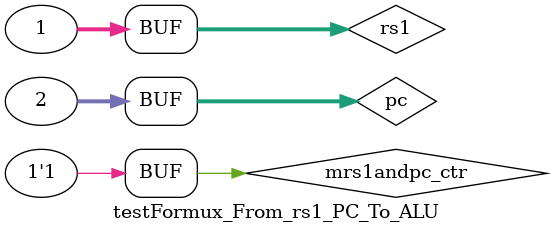
<source format=v>
`timescale 1ns / 1ps


module testFormux_From_rs1_PC_To_ALU;

    reg mrs1andpc_ctr;
    reg [31:0] rs1;
    reg [31:0] pc;
    wire [31:0] mrs1andpc_out;
    mux_From_rs1_PC_To_ALU mux_From_rs1_PC_To_ALU0(
        .mrs1andpc_ctr(mrs1andpc_ctr),
        .rs1(rs1),
        .pc(pc),
        .mrs1andpc_out(mrs1andpc_out)
    );
    initial begin
        mrs1andpc_ctr=1'b0;
        rs1=32'b0000_0000_0000_0000_0000_0000_0000_0001;
        pc=32'b0000_0000_0000_0000_0000_0000_0000_0010;
        #10
        mrs1andpc_ctr=1'b1;
    end

endmodule

</source>
